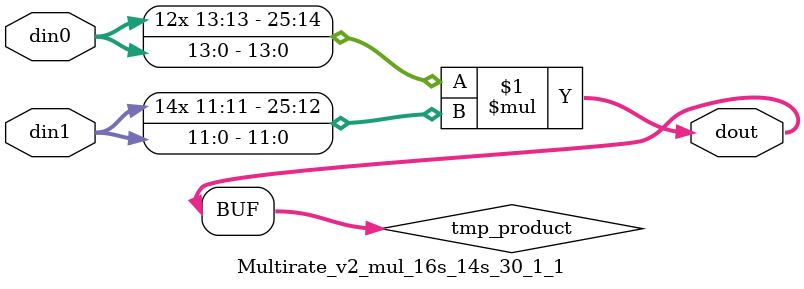
<source format=v>

`timescale 1 ns / 1 ps

 module Multirate_v2_mul_16s_14s_30_1_1(din0, din1, dout);
parameter ID = 1;
parameter NUM_STAGE = 0;
parameter din0_WIDTH = 14;
parameter din1_WIDTH = 12;
parameter dout_WIDTH = 26;

input [din0_WIDTH - 1 : 0] din0; 
input [din1_WIDTH - 1 : 0] din1; 
output [dout_WIDTH - 1 : 0] dout;

wire signed [dout_WIDTH - 1 : 0] tmp_product;



























assign tmp_product = $signed(din0) * $signed(din1);








assign dout = tmp_product;





















endmodule

</source>
